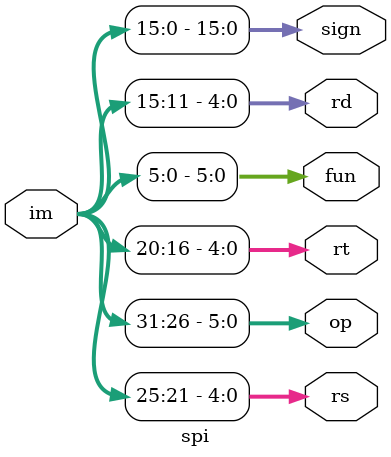
<source format=v>
`timescale 1ns / 1ps
module spi(
    input [31:0] im,
    output [4:0] rs,
    output [5:0] op,
    output [4:0] rt,
    output [5:0] fun,
    output [4:0] rd,
    output [15:0] sign
    );
	assign rs = im[25:21];
	assign op = im[31:26];
	assign rt = im[20:16];
	assign fun = im[5:0];
	assign rd = im[15:11];
	assign sign = im[15:0];

endmodule

</source>
